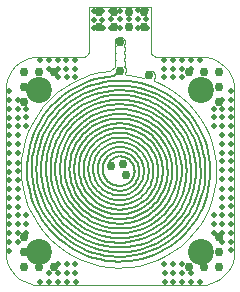
<source format=gbr>
G04 EAGLE Gerber RS-274X export*
G75*
%MOMM*%
%FSLAX34Y34*%
%LPD*%
%INCopper Layer 2*%
%IPPOS*%
%AMOC8*
5,1,8,0,0,1.08239X$1,22.5*%
G01*
%ADD10C,2.199994*%
%ADD11C,0.500000*%
%ADD12C,0.000000*%
%ADD13C,0.200000*%
%ADD14C,0.756400*%


D10*
X137128Y137128D03*
X137128Y0D03*
X0Y0D03*
X0Y137128D03*
D11*
X53858Y189187D03*
X46406Y189128D03*
X61310Y189247D03*
X61191Y204151D03*
X61251Y196699D03*
X46287Y204032D03*
X46346Y196580D03*
X53798Y196639D03*
X53739Y204092D03*
X68762Y189307D03*
X68702Y196759D03*
X76155Y196818D03*
X76214Y189366D03*
X76095Y204270D03*
X68643Y204211D03*
X83666Y189426D03*
X83607Y196878D03*
X91059Y196938D03*
X91118Y189486D03*
X90999Y204390D03*
X83547Y204330D03*
X113622Y162586D03*
X106172Y162586D03*
X106234Y155194D03*
X106295Y147801D03*
X113745Y147801D03*
X121195Y147801D03*
X113684Y155194D03*
X121072Y162586D03*
X121134Y155194D03*
X128584Y155194D03*
X128522Y162586D03*
X135972Y162586D03*
X15932Y147801D03*
X908Y162586D03*
X8420Y155194D03*
X23381Y147801D03*
X30832Y147801D03*
X23320Y155194D03*
X15870Y155194D03*
X15808Y162586D03*
X8358Y162586D03*
X23258Y162586D03*
X30708Y162586D03*
X30770Y155194D03*
X-10672Y15932D03*
X-25457Y908D03*
X-18065Y8420D03*
X-10672Y23381D03*
X-10672Y30832D03*
X-18065Y23320D03*
X-18065Y15870D03*
X-25457Y15808D03*
X-25457Y8358D03*
X-25457Y23258D03*
X-25457Y30708D03*
X-18065Y30770D03*
X-18065Y38220D03*
X-25457Y38158D03*
X-25457Y45608D03*
X-18065Y45670D03*
X-18065Y53120D03*
X-25457Y53058D03*
X-25457Y60508D03*
X-18065Y60570D03*
X-18065Y68020D03*
X-25457Y67958D03*
X-25457Y75408D03*
X-18065Y75470D03*
X-25457Y135972D03*
X-25457Y128522D03*
X-18065Y128584D03*
X-18065Y121134D03*
X-25457Y121072D03*
X-18065Y113684D03*
X-10672Y121195D03*
X-10672Y113745D03*
X-10672Y106295D03*
X-18065Y106234D03*
X-25457Y106172D03*
X-25457Y98722D03*
X-18065Y98784D03*
X-18065Y91334D03*
X-25457Y91272D03*
X-25457Y83822D03*
X-18065Y83884D03*
X-25457Y113622D03*
X147801Y121195D03*
X162586Y136219D03*
X155194Y128707D03*
X147801Y113745D03*
X147801Y106295D03*
X155194Y113807D03*
X155194Y121257D03*
X162586Y121319D03*
X162586Y128769D03*
X162586Y113869D03*
X162586Y106419D03*
X155194Y106357D03*
X155194Y98907D03*
X162586Y98969D03*
X162586Y91519D03*
X155194Y91457D03*
X155194Y84007D03*
X162586Y84069D03*
X162586Y76619D03*
X155194Y76557D03*
X155194Y69107D03*
X162586Y69169D03*
X162586Y61719D03*
X155194Y61657D03*
X162586Y1155D03*
X162586Y8605D03*
X155194Y8543D03*
X155194Y15993D03*
X162586Y16055D03*
X155194Y23443D03*
X147801Y15932D03*
X147801Y23381D03*
X147801Y30832D03*
X155194Y30893D03*
X162586Y30955D03*
X162586Y38405D03*
X155194Y38343D03*
X155194Y45793D03*
X162586Y45855D03*
X162586Y53305D03*
X155194Y53243D03*
X162586Y23505D03*
X23505Y-25457D03*
X30955Y-25457D03*
X30893Y-18065D03*
X30832Y-10672D03*
X23381Y-10672D03*
X15932Y-10672D03*
X23443Y-18065D03*
X16055Y-25457D03*
X15993Y-18065D03*
X8543Y-18065D03*
X8605Y-25457D03*
X1155Y-25457D03*
X106357Y-18065D03*
X106419Y-25457D03*
X113869Y-25457D03*
X128769Y-25457D03*
X121319Y-25457D03*
X121257Y-18065D03*
X113807Y-18065D03*
X106295Y-10672D03*
X113745Y-10672D03*
X128707Y-18065D03*
X136219Y-25457D03*
X121195Y-10672D03*
D12*
X95258Y167785D02*
X94944Y169365D01*
X95258Y167785D02*
X96153Y166445D01*
X97493Y165550D01*
X99073Y165236D01*
X137128Y165236D01*
X137269Y165264D01*
X141531Y164928D01*
X145826Y163897D01*
X149906Y162207D01*
X153672Y159899D01*
X157031Y157031D01*
X159899Y153672D01*
X162207Y149906D01*
X163897Y145826D01*
X164928Y141531D01*
X165264Y137269D01*
X165236Y137128D01*
X165236Y0D01*
X165264Y-140D01*
X164928Y-4402D01*
X163897Y-8697D01*
X162207Y-12778D01*
X159899Y-16543D01*
X157031Y-19902D01*
X153672Y-22770D01*
X149906Y-25078D01*
X145826Y-26768D01*
X141531Y-27800D01*
X137269Y-28135D01*
X137128Y-28107D01*
X0Y-28107D01*
X-140Y-28135D01*
X-4402Y-27800D01*
X-8697Y-26768D01*
X-12778Y-25078D01*
X-16543Y-22770D01*
X-19902Y-19902D01*
X-22770Y-16543D01*
X-25078Y-12778D01*
X-26768Y-8697D01*
X-27800Y-4402D01*
X-28135Y-140D01*
X-28107Y0D01*
X-28107Y137128D01*
X-28135Y137269D01*
X-27800Y141531D01*
X-26768Y145826D01*
X-25078Y149906D01*
X-22770Y153672D01*
X-19902Y157031D01*
X-16543Y159899D01*
X-12778Y162207D01*
X-8697Y163897D01*
X-4402Y164928D01*
X-140Y165264D01*
X0Y165236D01*
X38054Y165236D01*
X39634Y165550D01*
X40974Y166445D01*
X41869Y167785D01*
X42183Y169365D01*
X42183Y207250D01*
X94944Y207250D01*
X94944Y169365D01*
X69459Y181935D02*
X67668Y181935D01*
X66014Y181250D01*
X64748Y179984D01*
X64063Y178330D01*
X64063Y176540D01*
X64748Y174886D01*
X65200Y174435D01*
X64748Y173984D01*
X64063Y172331D01*
X64063Y170540D01*
X64748Y168886D01*
X65200Y168435D01*
X64748Y167984D01*
X64063Y166331D01*
X64063Y164540D01*
X64748Y162886D01*
X65200Y162435D01*
X64748Y161984D01*
X64063Y160330D01*
X64063Y158540D01*
X64748Y156886D01*
X136280Y113609D02*
X140397Y106740D01*
X126132Y125974D02*
X120199Y131351D01*
X113767Y136122D01*
X106898Y140238D01*
X99660Y143662D01*
X97776Y146452D02*
X98461Y148106D01*
X98461Y149896D01*
X89461Y149896D02*
X89461Y148336D01*
X73543Y149622D02*
X72919Y150925D01*
X73196Y151307D01*
X73658Y153242D01*
X73344Y155207D01*
X72337Y156845D01*
X72378Y156886D01*
X73063Y158540D01*
X73063Y160330D01*
X72378Y161984D01*
X71927Y162435D01*
X72378Y162886D01*
X73063Y164540D01*
X73063Y166331D01*
X72378Y167984D01*
X71927Y168435D01*
X72378Y168886D01*
X73063Y170540D01*
X73063Y172331D01*
X72378Y173984D01*
X71927Y174435D01*
X72378Y174886D01*
X73063Y176540D01*
X73063Y178330D01*
X72378Y179984D01*
X71112Y181250D01*
X69459Y181935D01*
X68444Y150938D02*
X68235Y150939D01*
X68029Y150922D01*
X67825Y150886D01*
X67623Y150832D02*
X67424Y150760D01*
X67227Y150669D01*
X67033Y150561D01*
X66840Y150434D01*
X66650Y150288D02*
X66463Y150125D01*
X65103Y151591D01*
X65281Y151766D01*
X65440Y151944D01*
X65581Y152127D01*
X65704Y152312D01*
X65809Y152502D01*
X65896Y152695D01*
X65966Y152892D01*
X66017Y153093D01*
X66050Y153297D01*
X66064Y153505D01*
X68444Y150938D01*
X60930Y73966D02*
X60963Y73914D01*
X61012Y73874D01*
X61077Y73847D01*
X61158Y73832D01*
X61256Y73831D01*
X61370Y73841D01*
X61500Y73864D01*
X61647Y73899D01*
X61809Y73947D01*
X60092Y71186D01*
X60079Y71254D01*
X60061Y71323D01*
X60037Y71394D01*
X60008Y71465D01*
X59974Y71537D01*
X59889Y71685D01*
X59839Y71761D01*
X59723Y71915D01*
X60913Y74030D01*
X60930Y73966D01*
D13*
X60585Y77338D02*
X60717Y77480D01*
X60585Y77338D02*
X60462Y77187D01*
X60351Y77028D01*
X59902Y74225D02*
X59909Y74040D01*
X59928Y73855D01*
X59961Y73672D01*
X60005Y73492D01*
X60063Y73315D01*
X60132Y73143D01*
X60214Y72976D01*
X60307Y72815D01*
X60411Y72661D01*
X60525Y72515D01*
X60649Y72377D01*
X60783Y72248D01*
X60925Y72128D01*
X61075Y72019D01*
X61233Y71921D01*
X61397Y71834D01*
X61567Y71758D01*
X61741Y71695D01*
X61920Y71644D01*
X62101Y71605D01*
X62285Y71579D01*
X62471Y71566D01*
X62855Y83691D02*
X63804Y84041D01*
X62855Y83691D02*
X61933Y83274D01*
X61042Y82795D01*
X60186Y82254D01*
X59370Y81655D01*
X58598Y81001D01*
X57874Y80294D01*
X57200Y79538D01*
X56581Y78738D01*
X56019Y77896D01*
X56097Y62529D02*
X56667Y61693D01*
X57294Y60898D01*
X57975Y60150D01*
X58707Y59450D01*
X59485Y58804D02*
X60307Y58213D01*
X61168Y57681D02*
X62064Y57210D01*
X62990Y56804D01*
X63943Y56462D01*
X64918Y56188D01*
X65908Y55983D01*
X66911Y55847D01*
X67921Y55781D01*
X69891Y31804D02*
X72432Y31995D01*
X74953Y32362D01*
X77442Y32904D01*
X79888Y33619D01*
X82277Y34502D01*
X84600Y35550D01*
X86843Y36757D01*
X88997Y38118D01*
X91050Y39626D01*
X92994Y41273D01*
X94817Y43053D01*
X96513Y44954D01*
X72869Y28019D02*
X70050Y27807D01*
X72869Y28019D02*
X75667Y28426D01*
X78429Y29028D01*
X81142Y29821D01*
X83794Y30801D01*
X86370Y31964D01*
X88860Y33303D01*
X91250Y34814D01*
X93528Y36487D01*
X95684Y38314D01*
X97708Y40288D01*
X99589Y42399D01*
X101318Y44635D01*
X102887Y46986D01*
X104288Y49442D01*
X105515Y51989D01*
X106560Y54615D01*
X107420Y57308D01*
X108090Y60054D01*
X108567Y62841D01*
X108849Y65653D01*
X108933Y68479D01*
X108820Y71304D01*
X108511Y74114D01*
X108006Y76895D01*
X107308Y79634D01*
X106421Y82319D01*
X105349Y84934D01*
X104097Y87469D01*
X102671Y89910D01*
X101079Y92245D01*
X99327Y94464D01*
X97425Y96555D01*
X95382Y98509D01*
X93207Y100315D01*
X90912Y101965D01*
X88507Y103451D01*
X86004Y104766D01*
X83416Y105903D01*
X80755Y106856D01*
X78033Y107621D01*
X75266Y108195D01*
X72464Y108575D01*
X69643Y108757D01*
X66816Y108743D01*
X73308Y24044D02*
X70210Y23811D01*
X73308Y24044D02*
X76381Y24491D01*
X79416Y25153D01*
X82398Y26024D01*
X85311Y27101D01*
X88142Y28378D01*
X90877Y29850D01*
X93503Y31509D01*
X96007Y33348D01*
X98376Y35357D01*
X100600Y37525D01*
X102666Y39844D01*
X111914Y77748D02*
X111148Y80758D01*
X110173Y83707D01*
X108995Y86581D01*
X107619Y89366D01*
X106053Y92048D01*
X71518Y56162D02*
X70666Y55976D01*
X71518Y56162D02*
X72356Y56407D01*
X73174Y56709D01*
X73969Y57068D01*
X76844Y59028D02*
X77468Y59637D01*
X78049Y60289D01*
X78583Y60979D01*
X79067Y61705D01*
X79499Y62462D01*
X79878Y63249D01*
X80201Y64059D01*
X80466Y64890D01*
X80673Y65738D01*
X80820Y66598D01*
X80907Y67466D01*
X80933Y68338D01*
X80898Y69210D01*
X80803Y70077D01*
X80647Y70936D01*
X80432Y71781D01*
X80158Y72609D01*
X79827Y73417D01*
X79441Y74199D01*
X79001Y74953D01*
X78509Y75673D01*
X77968Y76358D01*
X77381Y77004D01*
X76751Y77607D01*
X76080Y78164D01*
X75371Y78673D01*
X74629Y79132D01*
X73857Y79538D01*
X73058Y79889D01*
X72236Y80183D01*
X71396Y80419D01*
X70542Y80596D01*
X69678Y80713D01*
X68807Y80770D01*
X68297Y80774D01*
X73524Y40234D02*
X71555Y39947D01*
X73524Y40234D02*
X75467Y40657D01*
X77377Y41215D01*
X79242Y41905D01*
X81056Y42723D01*
X82807Y43666D01*
X84489Y44729D01*
X86092Y45906D01*
X87610Y47192D01*
X89034Y48581D01*
X90357Y50066D01*
X91574Y51640D01*
X92678Y53295D01*
X93664Y55023D01*
X94527Y56815D01*
X95263Y58663D01*
X95868Y60558D01*
X96340Y62490D01*
X96675Y64451D01*
X96873Y66430D01*
X96933Y68419D01*
X96853Y70407D01*
X96635Y72384D01*
X96280Y74341D01*
X95789Y76269D01*
X95165Y78158D01*
X94411Y79998D01*
X93529Y81782D02*
X92526Y83499D01*
X91405Y85143D01*
X90173Y86704D01*
X88834Y88176D01*
X87397Y89551D01*
X85866Y90822D01*
X84251Y91983D01*
X82559Y93028D01*
X80798Y93953D01*
X78976Y94753D01*
X77104Y95424D01*
X75189Y95963D01*
X73241Y96367D01*
X71270Y96634D01*
X69285Y96762D01*
X67295Y96752D01*
X71117Y43922D02*
X69411Y43794D01*
X71117Y43922D02*
X72809Y44169D01*
X74480Y44533D01*
X76121Y45012D01*
X77725Y45605D01*
X79284Y46309D01*
X80790Y47119D01*
X82236Y48033D01*
X83614Y49045D01*
X84919Y50151D01*
X86143Y51345D01*
X87281Y52621D01*
X88327Y53974D01*
X89276Y55397D01*
X90124Y56882D01*
X90865Y58423D01*
X91498Y60011D01*
X92018Y61640D01*
X92424Y63302D01*
X92712Y64987D01*
X92882Y66689D01*
X92934Y68398D01*
X92865Y70107D01*
X92678Y71807D01*
X92373Y73490D01*
X91951Y75147D01*
X91414Y76770D02*
X90765Y78353D01*
X90008Y79886D02*
X89146Y81363D01*
X88182Y82776D01*
X87123Y84118D01*
X85972Y85383D01*
X84736Y86565D01*
X83420Y87657D01*
X82032Y88656D01*
X80577Y89555D01*
X79063Y90350D01*
X77497Y91038D01*
X75887Y91615D01*
X74241Y92078D01*
X72567Y92425D01*
X70872Y92654D01*
X69165Y92765D01*
X67455Y92756D01*
X71994Y35971D02*
X69731Y35801D01*
X71994Y35971D02*
X74238Y36298D01*
X84825Y40212D02*
X86743Y41424D01*
X88571Y42766D01*
X93435Y47511D02*
X94822Y49305D01*
X96081Y51192D01*
X97206Y53162D01*
X98190Y55206D01*
X99029Y57314D01*
X99719Y59475D01*
X100257Y61679D01*
X100639Y63915D01*
X100865Y66172D01*
X100933Y68439D01*
X100842Y70706D01*
X100594Y72961D01*
X100189Y75193D01*
X97052Y83678D02*
X95908Y85636D01*
X94630Y87511D01*
X93224Y89291D01*
X91698Y90969D01*
X90058Y92537D01*
X88313Y93986D01*
X86471Y95310D01*
X84541Y96503D01*
X82533Y97558D01*
X80456Y98470D01*
X78320Y99235D01*
X76137Y99849D01*
X73916Y100310D01*
X71668Y100614D01*
X69404Y100761D01*
X67136Y100749D01*
X75060Y8139D02*
X70849Y7823D01*
X75060Y8139D02*
X79239Y8748D01*
X83365Y9646D01*
X114975Y29620D02*
X117558Y32961D01*
X119902Y36473D01*
X121995Y40141D01*
X123827Y43946D01*
X125389Y47869D01*
X126674Y51891D01*
X127675Y55994D01*
X128387Y60156D01*
X128808Y64358D01*
X128934Y68579D01*
X128765Y72799D01*
X128303Y76996D01*
X127549Y81151D01*
X119580Y100593D02*
X117201Y104082D01*
X114584Y107396D01*
X111743Y110520D01*
X108691Y113438D01*
X105442Y116137D01*
X102013Y118601D01*
X98421Y120821D01*
X94683Y122785D01*
X90816Y124483D01*
X86841Y125908D01*
X82776Y127051D01*
X78641Y127909D01*
X74456Y128475D01*
X70242Y128749D01*
X66019Y128727D01*
X66018Y128727D01*
X74184Y16091D02*
X70529Y15817D01*
X74184Y16091D02*
X77810Y16619D01*
X108820Y34732D02*
X111061Y37631D01*
X113095Y40679D01*
X114911Y43861D01*
X116501Y47163D01*
X117857Y50568D01*
X118972Y54058D01*
X119840Y57618D01*
X120458Y61230D01*
X120823Y64876D01*
X120932Y68539D01*
X120786Y72201D01*
X120385Y75843D01*
X119731Y79449D01*
X118826Y83000D01*
X100547Y109808D02*
X97572Y111947D01*
X94454Y113873D01*
X91210Y115577D01*
X87855Y117051D01*
X84405Y118287D01*
X80878Y119279D01*
X77290Y120023D01*
X73658Y120515D01*
X70002Y120752D01*
X66337Y120733D01*
X74622Y12115D02*
X70689Y11820D01*
X74622Y12115D02*
X78524Y12684D01*
X111897Y32176D02*
X114309Y35296D01*
X116498Y38577D01*
X118453Y42002D01*
X120164Y45555D01*
X121623Y49219D01*
X122822Y52976D01*
X124422Y60694D02*
X124815Y64618D01*
X124933Y68560D01*
X124775Y72500D01*
X124343Y76420D01*
X123639Y80300D01*
X122666Y84122D01*
X121428Y87866D01*
X119932Y91515D01*
X118186Y95051D02*
X116197Y98457D01*
X113975Y101715D01*
X111532Y104810D01*
X108878Y107728D01*
X106027Y110453D01*
X102994Y112973D01*
X99792Y115274D01*
X96437Y117348D01*
X74056Y124495D02*
X70121Y124750D01*
X66177Y124730D01*
X120805Y30626D02*
X118051Y27064D01*
X125535Y38281D02*
X127488Y42337D01*
X129154Y46520D01*
X130524Y50808D01*
X131591Y55182D01*
X132351Y59620D01*
X132799Y64099D01*
X132933Y68600D01*
X132753Y73098D01*
X132260Y77573D01*
X131456Y82003D01*
X130345Y86366D01*
X128932Y90640D01*
X127225Y94806D01*
X125231Y98842D02*
X122960Y102730D01*
X120424Y106450D02*
X117635Y109983D01*
X114605Y113314D01*
X111351Y116425D01*
X107888Y119301D01*
X104232Y121929D01*
X100402Y124296D01*
X88056Y129718D02*
X83723Y130938D01*
X79314Y131851D01*
X75936Y188D02*
X71168Y-168D01*
X75936Y188D02*
X80667Y877D01*
X85339Y1895D01*
X89928Y3236D01*
X94413Y4894D01*
X98771Y6860D01*
X102981Y9126D01*
X107023Y11680D01*
X110877Y14510D01*
X114524Y17601D01*
X117947Y20940D01*
X121128Y24509D01*
X124053Y28292D01*
X126706Y32269D01*
X126341Y104866D02*
X123647Y108817D01*
X120685Y112570D01*
X117468Y116106D01*
X114012Y119410D01*
X110334Y122465D01*
X73746Y20068D02*
X70370Y19814D01*
X73746Y20068D02*
X77096Y20555D01*
X80404Y21276D01*
X83653Y22225D01*
X86828Y23399D01*
X89914Y24791D01*
X92895Y26396D01*
X95757Y28204D01*
X98485Y30207D01*
X101068Y32396D01*
X103491Y34760D01*
X105743Y37287D01*
X107814Y39965D01*
X109693Y42781D01*
X111371Y45722D02*
X112840Y48772D01*
X114092Y51917D01*
X115122Y55141D01*
X116428Y75266D02*
X115823Y78597D01*
X114988Y81878D01*
X109435Y94182D02*
X107528Y96979D01*
X105430Y99637D01*
X103152Y102141D01*
X100706Y104480D01*
X98101Y106643D02*
X95353Y108619D01*
X92473Y110399D01*
X89476Y111973D01*
X86377Y113334D01*
X83190Y114476D01*
X79931Y115393D01*
X76616Y116080D01*
X73262Y116534D01*
X69884Y116753D01*
X66498Y116736D01*
X66497Y116736D01*
X66337Y120733D02*
X62822Y120470D01*
X59334Y119962D01*
X55890Y119212D01*
X52507Y118223D01*
X49201Y117001D01*
X45988Y115551D01*
X42884Y113880D01*
X39904Y111997D02*
X37063Y109911D01*
X34374Y107632D01*
X31851Y105171D01*
X29505Y102540D01*
X27349Y99751D01*
X25393Y96819D01*
X23646Y93758D01*
X22117Y90581D01*
X20813Y87307D01*
X19740Y83949D01*
X18904Y80525D01*
X18310Y77050D01*
X17959Y73543D01*
X17854Y70020D01*
X17994Y66497D01*
X18380Y62994D01*
X19010Y59526D01*
X19880Y56110D01*
X20986Y52763D01*
X22323Y49502D01*
X25662Y43297D02*
X27647Y40385D01*
X29832Y37618D01*
X32203Y35011D01*
X43323Y26412D02*
X46444Y24773D01*
X49671Y23356D01*
X52989Y22167D01*
X56383Y21212D01*
X59834Y20497D01*
X70369Y19813D02*
X70370Y19814D01*
X62384Y124446D02*
X66177Y124730D01*
X62384Y124446D02*
X58620Y123898D01*
X54903Y123088D01*
X51251Y122021D01*
X47683Y120702D01*
X44216Y119137D01*
X40866Y117335D01*
X37650Y115303D01*
X34584Y113051D01*
X31682Y110591D01*
X28959Y107935D01*
X26428Y105095D01*
X24101Y102086D01*
X21990Y98921D01*
X20104Y95617D01*
X18454Y92190D01*
X17046Y88656D01*
X15889Y85032D01*
X14988Y81336D01*
X14346Y77587D01*
X13967Y73801D01*
X13854Y69999D01*
X14006Y66198D01*
X14422Y62417D01*
X15102Y58674D01*
X16040Y54988D01*
X17234Y51376D01*
X18677Y47856D01*
X20362Y44445D02*
X22280Y41160D01*
X24423Y38017D01*
X26780Y35032D01*
X29340Y32217D01*
X32090Y29589D01*
X35016Y27158D01*
X38105Y24938D01*
X41341Y22938D01*
X44709Y21169D01*
X48192Y19639D01*
X51773Y18356D01*
X55435Y17326D01*
X59160Y16554D01*
X62929Y16043D01*
X66725Y15797D01*
X70529Y15816D01*
X70529Y15817D01*
X61947Y128422D02*
X66018Y128727D01*
X61947Y128422D02*
X57906Y127833D01*
X53916Y126964D01*
X49997Y125819D01*
X46167Y124403D01*
X42445Y122724D01*
X38850Y120789D01*
X35398Y118607D01*
X32107Y116191D01*
X28992Y113550D01*
X26069Y110699D01*
X23352Y107651D01*
X20855Y104421D01*
X18588Y101024D01*
X16565Y97478D01*
X14793Y93799D01*
X13283Y90005D01*
X12040Y86116D01*
X11073Y82149D01*
X10384Y78124D01*
X9977Y74061D01*
X9855Y69980D01*
X10019Y65900D01*
X10466Y61841D01*
X11195Y57824D01*
X12203Y53867D01*
X13484Y49990D01*
X15033Y46211D02*
X16841Y42551D01*
X18901Y39025D01*
X21201Y35651D01*
X23731Y32446D01*
X26478Y29426D01*
X29430Y26604D01*
X32571Y23995D01*
X35886Y21612D01*
X39360Y19466D01*
X42975Y17567D01*
X46713Y15925D01*
X50557Y14548D01*
X54488Y13442D01*
X58486Y12613D01*
X62533Y12065D01*
X66607Y11801D01*
X70689Y11820D01*
X61508Y132398D02*
X65858Y132724D01*
X61508Y132398D02*
X57191Y131769D01*
X52929Y130841D01*
X48742Y129617D01*
X44650Y128105D01*
X40673Y126310D01*
X36832Y124243D01*
X33144Y121913D01*
X29628Y119331D01*
X26300Y116510D01*
X23177Y113464D01*
X20275Y110208D01*
X11130Y95408D02*
X9516Y91355D01*
X8189Y87199D01*
X7155Y82961D01*
X6419Y78662D01*
X5985Y74321D01*
X5854Y69960D01*
X6028Y65601D01*
X6506Y61265D01*
X7285Y56973D01*
X8362Y52745D01*
X9731Y48603D01*
X11385Y44567D01*
X13317Y40656D02*
X15518Y36889D01*
X17975Y33284D01*
X20678Y29860D01*
X23613Y26633D01*
X26767Y23618D01*
X30123Y20831D01*
X33665Y18285D01*
X37376Y15992D01*
X41238Y13963D01*
X45232Y12209D02*
X49339Y10737D01*
X53538Y9556D01*
X57810Y8670D01*
X62133Y8085D01*
X66486Y7802D01*
X70848Y7824D01*
X70849Y7823D01*
X61070Y136373D02*
X65698Y136720D01*
X61070Y136373D02*
X56477Y135704D01*
X51941Y134716D01*
X47486Y133415D01*
X43132Y131805D01*
X38901Y129896D01*
X34814Y127696D01*
X30890Y125217D01*
X27149Y122470D01*
X23608Y119468D01*
X20285Y116227D01*
X17197Y112762D01*
X14358Y109090D01*
X11782Y105229D01*
X9481Y101198D01*
X4338Y88282D02*
X3238Y83772D01*
X2455Y79197D01*
X1993Y74578D01*
X1854Y69939D01*
X2040Y65301D01*
X2548Y60687D01*
X3377Y56120D01*
X4522Y51622D01*
X5979Y47215D01*
X7739Y42920D02*
X9795Y38759D01*
X12136Y34751D01*
X14751Y30916D01*
X17627Y27272D01*
X20750Y23839D01*
X24105Y20631D01*
X27676Y17665D01*
X31445Y14956D01*
X35393Y12516D01*
X39503Y10358D01*
X43753Y8491D01*
X48122Y6926D01*
X52590Y5669D01*
X57135Y4726D01*
X61735Y4104D01*
X66367Y3803D01*
X71008Y3826D01*
X60632Y140349D02*
X65539Y140717D01*
X60632Y140349D02*
X55763Y139640D01*
X50955Y138593D01*
X46231Y137213D01*
X41616Y135506D01*
X37130Y133482D01*
X32798Y131150D01*
X28637Y128521D01*
X24671Y125609D01*
X20917Y122427D01*
X17395Y118991D01*
X14121Y115318D01*
X11111Y111425D01*
X8379Y107332D02*
X5941Y103057D01*
X3806Y98624D01*
X1985Y94052D01*
X488Y89365D01*
X-1507Y79734D02*
X-1997Y74837D01*
X-2144Y69919D01*
X-1947Y65002D01*
X-1408Y60110D01*
X-529Y55269D01*
X684Y50500D01*
X2228Y45828D01*
X4094Y41275D02*
X6274Y36863D01*
X8756Y32614D01*
X11528Y28548D01*
X14577Y24686D02*
X17888Y21045D01*
X21445Y17645D01*
X29226Y11628D02*
X33412Y9042D01*
X37769Y6753D01*
X42274Y4775D01*
X46906Y3115D01*
X51643Y1782D01*
X56462Y784D01*
X61338Y123D01*
X66249Y-194D01*
X71168Y-168D01*
X60194Y144326D02*
X65379Y144714D01*
X60194Y144326D02*
X55048Y143576D01*
X49967Y142469D01*
X44976Y141011D01*
X40098Y139208D01*
X35359Y137069D01*
X30779Y134605D01*
X26383Y131827D01*
X22192Y128749D01*
X18226Y125387D01*
X14503Y121756D01*
X11043Y117874D01*
X7862Y113760D01*
X4976Y109435D01*
X2399Y104918D01*
X143Y100233D01*
X-1780Y95402D01*
X-3362Y90448D01*
X-4595Y85397D01*
X-5472Y80271D01*
X-5989Y75097D01*
X-6145Y69899D01*
X-5937Y64703D01*
X-5368Y59535D01*
X-4439Y54418D01*
X-3156Y49379D02*
X-1524Y44441D01*
X447Y39630D01*
X2750Y34968D02*
X5373Y30477D01*
X8302Y26181D01*
X11524Y22099D02*
X15023Y18252D01*
X18782Y14659D01*
X22782Y11337D01*
X36031Y3150D02*
X40792Y1058D01*
X45688Y-694D01*
X50693Y-2102D01*
X55785Y-3158D01*
X60938Y-3856D01*
X66127Y-4193D01*
X71327Y-4166D01*
X71328Y-4165D01*
X58093Y148100D02*
X63547Y148626D01*
X58093Y148100D02*
X52690Y147195D01*
X47362Y145915D01*
X42137Y144266D01*
X37039Y142257D01*
X32094Y139897D01*
X27326Y137198D01*
X22757Y134173D01*
X18411Y130837D01*
X14308Y127205D01*
X10468Y123297D01*
X6910Y119130D01*
X3652Y114724D01*
X709Y110103D01*
X-1903Y105287D01*
X-4175Y100301D01*
X-6093Y95168D01*
X-7648Y89914D01*
X-8833Y84564D01*
X-9642Y79145D01*
X-10071Y73683D01*
X-10117Y68204D01*
X-9066Y57303D02*
X-7972Y51934D01*
X-6507Y46654D01*
X-4677Y41489D01*
X-2491Y36465D01*
X38Y31605D02*
X2902Y26934D01*
X6085Y22474D01*
X9571Y18247D01*
X13343Y14273D01*
X30910Y1279D02*
X35814Y-1164D01*
X40877Y-3260D01*
X46073Y-4997D01*
X51378Y-6368D01*
X56766Y-7366D01*
X62210Y-7985D01*
X67684Y-8223D01*
X71487Y-8162D01*
X76812Y-7763D01*
X82096Y-6993D01*
X87313Y-5857D01*
X127282Y19397D02*
X130548Y23622D01*
X133512Y28063D01*
X136158Y32701D01*
X138475Y37512D01*
X140450Y42472D01*
X142075Y47559D01*
X143341Y52746D01*
X144242Y58010D01*
X144773Y63323D01*
X144932Y68660D01*
X144719Y73995D01*
X144134Y79303D01*
X143181Y84556D01*
X141863Y89731D01*
X140187Y94801D01*
X138162Y99741D01*
X135798Y104529D01*
X133104Y109140D02*
X130097Y113551D01*
X126788Y117742D01*
X123195Y121693D01*
X119336Y125383D01*
X115228Y128794D01*
X110892Y131911D01*
X106350Y134718D01*
X101623Y137201D01*
X96734Y139348D01*
X91707Y141149D01*
X86567Y142595D01*
X81339Y143679D01*
X76047Y144395D01*
X70719Y144741D01*
X65379Y144714D01*
X76375Y-3787D02*
X71328Y-4165D01*
X76375Y-3787D02*
X81382Y-3057D01*
X91184Y-561D02*
X95930Y1192D01*
X100543Y3274D01*
X104999Y5672D01*
X109277Y8375D01*
X113356Y11370D01*
X117216Y14642D01*
X120838Y18176D01*
X124206Y21954D01*
X127301Y25957D01*
X130109Y30166D01*
X132617Y34562D01*
X134813Y39121D01*
X136685Y43822D01*
X138225Y48643D01*
X139424Y53559D01*
X140278Y58547D01*
X140781Y63582D01*
X140932Y68640D01*
X140730Y73697D01*
X140176Y78727D01*
X139272Y83706D01*
X138023Y88610D01*
X136435Y93415D01*
X134516Y98097D01*
X132275Y102634D01*
X129722Y107004D01*
X126872Y111184D02*
X123736Y115156D01*
X120331Y118900D01*
X116673Y122397D01*
X112781Y125630D01*
X108672Y128584D01*
X104367Y131244D01*
X99887Y133597D01*
X95254Y135632D01*
X90490Y137339D01*
X85618Y138709D01*
X80663Y139736D01*
X75649Y140415D01*
X70599Y140743D01*
X65539Y140717D01*
X66497Y116736D02*
X63261Y116494D01*
X60049Y116026D01*
X56878Y115335D01*
X53762Y114425D01*
X50718Y113299D01*
X47760Y111964D01*
X44902Y110426D01*
X42158Y108692D01*
X39542Y106771D01*
X37066Y104672D01*
X34743Y102406D01*
X32583Y99983D01*
X30598Y97416D01*
X28796Y94716D01*
X27188Y91897D01*
X25780Y88972D01*
X24579Y85957D01*
X23592Y82865D01*
X22822Y79712D01*
X22275Y76513D01*
X21952Y73283D01*
X21855Y70039D01*
X21984Y66796D01*
X22340Y63570D01*
X22920Y60376D01*
X23721Y57231D01*
X24739Y54150D01*
X25970Y51146D01*
X27408Y48236D01*
X29045Y45434D01*
X37414Y35561D02*
X39911Y33487D01*
X42547Y31593D01*
X45308Y29886D01*
X48181Y28377D01*
X51153Y27072D01*
X54208Y25977D01*
X57332Y25099D01*
X60511Y24440D01*
X63727Y24004D01*
X66966Y23794D01*
X70210Y23811D01*
X63699Y112517D02*
X66657Y112739D01*
X63699Y112517D02*
X60764Y112090D01*
X57865Y111459D01*
X55018Y110627D01*
X52235Y109598D01*
X49532Y108378D01*
X46919Y106972D01*
X44412Y105387D01*
X42020Y103632D01*
X39758Y101713D01*
X37634Y99642D01*
X35661Y97428D01*
X33846Y95081D01*
X32200Y92613D01*
X30729Y90037D01*
X29442Y87364D01*
X28345Y84608D01*
X27442Y81782D01*
X26739Y78900D01*
X26239Y75976D01*
X25944Y73025D01*
X25855Y70060D01*
X25974Y67095D01*
X26298Y64147D01*
X26828Y61228D01*
X27560Y58353D01*
X28491Y55537D01*
X29616Y52792D01*
X30930Y50132D01*
X32426Y47571D01*
X34097Y45120D02*
X35935Y42791D01*
X37932Y40597D01*
X40076Y38547D01*
X42358Y36652D01*
X44766Y34920D01*
X47290Y33361D01*
X49916Y31981D01*
X52632Y30789D01*
X55425Y29788D01*
X58280Y28985D01*
X61185Y28382D01*
X64125Y27984D01*
X67085Y27792D01*
X70050Y27807D01*
X64137Y108542D02*
X66816Y108743D01*
X64137Y108542D02*
X61477Y108155D01*
X58852Y107583D01*
X56272Y106830D01*
X53752Y105898D01*
X51302Y104792D01*
X48936Y103519D01*
X46664Y102083D01*
X44499Y100493D01*
X42448Y98755D01*
X40525Y96879D01*
X38737Y94873D01*
X37093Y92747D01*
X35602Y90512D01*
X34270Y88178D01*
X33104Y85757D01*
X32110Y83260D01*
X31292Y80700D01*
X30655Y78090D01*
X30202Y75441D01*
X29934Y72767D01*
X29854Y70081D01*
X29961Y67396D01*
X30256Y64725D01*
X30736Y62081D01*
X31399Y59477D01*
X32242Y56925D01*
X33261Y54439D01*
X34452Y52029D01*
X35807Y49709D01*
X37320Y47489D02*
X38986Y45379D01*
X40794Y43391D01*
X42736Y41534D01*
X44803Y39818D01*
X46985Y38249D01*
X49271Y36836D01*
X51650Y35587D01*
X54111Y34506D01*
X56640Y33600D01*
X59227Y32872D01*
X61859Y32326D01*
X64522Y31966D01*
X67203Y31792D01*
X69890Y31805D01*
X69891Y31804D01*
X64575Y104566D02*
X66976Y104746D01*
X64575Y104566D02*
X62192Y104219D01*
X59839Y103707D01*
X57528Y103032D01*
X55269Y102196D01*
X53074Y101206D01*
X50954Y100065D01*
X48918Y98779D01*
X46977Y97353D01*
X45140Y95796D01*
X43416Y94115D01*
X41814Y92317D01*
X40341Y90412D01*
X39005Y88409D01*
X37811Y86318D01*
X36767Y84148D01*
X35876Y81911D01*
X35143Y79617D01*
X34572Y77278D01*
X34166Y74904D01*
X33926Y72508D01*
X33854Y70101D01*
X33950Y67695D01*
X34214Y65302D01*
X34644Y62932D01*
X35238Y60599D01*
X35994Y58312D01*
X36907Y56084D01*
X37974Y53925D01*
X39188Y51846D02*
X40545Y49856D01*
X42037Y47966D01*
X43657Y46185D01*
X45398Y44521D01*
X47250Y42982D01*
X49205Y41577D01*
X51254Y40311D01*
X53385Y39191D01*
X55590Y38222D01*
X57857Y37410D01*
X60175Y36758D01*
X62533Y36269D01*
X64919Y35946D01*
X67322Y35790D01*
X69730Y35802D01*
X69731Y35801D01*
X65013Y100590D02*
X67136Y100749D01*
X65013Y100590D02*
X62907Y100283D01*
X60827Y99830D01*
X58783Y99233D01*
X56787Y98495D01*
X54846Y97619D01*
X52971Y96610D01*
X51172Y95473D01*
X49456Y94213D01*
X47832Y92837D01*
X46308Y91350D01*
X44891Y89761D01*
X43589Y88077D01*
X42408Y86306D01*
X41352Y84457D01*
X40429Y82538D01*
X39641Y80561D01*
X38994Y78532D01*
X38489Y76464D01*
X38130Y74366D01*
X37918Y72248D01*
X37854Y70120D01*
X37939Y67993D01*
X38173Y65876D01*
X38553Y63782D01*
X39078Y61719D01*
X39746Y59697D01*
X40554Y57728D01*
X41497Y55819D02*
X42570Y53981D01*
X43770Y52222D01*
X45089Y50551D01*
X46521Y48976D01*
X48060Y47505D01*
X49698Y46144D01*
X51426Y44902D01*
X53237Y43783D01*
X55122Y42793D01*
X57071Y41937D01*
X59076Y41219D01*
X61125Y40642D01*
X63209Y40210D01*
X65319Y39924D01*
X67444Y39787D01*
X69571Y39798D01*
X65451Y96614D02*
X67295Y96752D01*
X65451Y96614D02*
X63620Y96348D01*
X61813Y95954D01*
X60038Y95435D01*
X58303Y94794D01*
X56617Y94033D01*
X54988Y93156D01*
X53424Y92168D01*
X51933Y91073D01*
X50523Y89877D01*
X49199Y88586D01*
X47968Y87205D01*
X46836Y85742D01*
X45810Y84203D01*
X44893Y82597D01*
X44090Y80930D01*
X43406Y79212D01*
X42843Y77450D01*
X42405Y75653D01*
X42093Y73829D01*
X41909Y71989D01*
X41854Y70140D01*
X41928Y68292D01*
X42130Y66453D01*
X42460Y64633D01*
X42917Y62841D01*
X43497Y61085D01*
X44199Y59373D01*
X45018Y57715D02*
X45951Y56117D01*
X46993Y54589D01*
X48139Y53138D01*
X49384Y51769D01*
X50721Y50491D01*
X52143Y49309D01*
X53645Y48230D01*
X55219Y47257D01*
X56856Y46397D01*
X58550Y45653D01*
X60291Y45029D01*
X62072Y44528D01*
X63883Y44153D01*
X65716Y43905D01*
X67562Y43785D01*
X69411Y43794D01*
X65889Y92639D02*
X67455Y92756D01*
X65889Y92639D02*
X64335Y92413D01*
X62801Y92078D01*
X61293Y91638D01*
X59820Y91093D01*
X58389Y90447D01*
X57006Y89703D01*
X55678Y88864D01*
X54412Y87935D01*
X53214Y86919D01*
X52090Y85823D01*
X51045Y84650D01*
X50084Y83408D01*
X49213Y82102D01*
X48435Y80738D01*
X47753Y79323D01*
X47172Y77864D01*
X46694Y76368D01*
X46322Y74842D01*
X46057Y73294D01*
X45901Y71731D01*
X45854Y70161D01*
X45916Y68592D01*
X46088Y67031D01*
X46369Y65486D01*
X46756Y63964D01*
X47249Y62473D01*
X47845Y61020D01*
X48540Y59612D02*
X49332Y58256D01*
X50217Y56958D01*
X51190Y55725D01*
X52247Y54564D01*
X53382Y53478D01*
X54590Y52475D01*
X55865Y51558D01*
X57201Y50733D01*
X58592Y50002D01*
X60030Y49371D01*
X61508Y48841D01*
X63020Y48416D01*
X64557Y48097D01*
X66114Y47886D01*
X67681Y47785D01*
X69251Y47792D01*
X69252Y47791D01*
X66328Y88663D02*
X67615Y88759D01*
X66328Y88663D02*
X65050Y88477D01*
X63788Y88202D01*
X62549Y87840D01*
X61338Y87392D01*
X60161Y86861D01*
X59024Y86249D01*
X57932Y85559D01*
X56891Y84795D01*
X55906Y83960D01*
X54982Y83058D01*
X54123Y82094D01*
X53333Y81072D01*
X52616Y79998D01*
X51976Y78877D01*
X51416Y77713D01*
X50938Y76514D01*
X50546Y75284D01*
X50240Y74029D01*
X50022Y72757D01*
X49893Y71472D01*
X49855Y70181D01*
X49906Y68891D01*
X50048Y67607D01*
X50279Y66337D01*
X50597Y65085D01*
X51002Y63859D01*
X51492Y62665D02*
X52064Y61507D01*
X52715Y60392D01*
X53443Y59325D01*
X54243Y58312D01*
X55112Y57356D01*
X56045Y56464D01*
X57039Y55639D01*
X58087Y54885D01*
X59186Y54207D01*
X60329Y53606D01*
X61511Y53087D01*
X62727Y52651D01*
X63970Y52302D01*
X65234Y52040D01*
X66513Y51866D01*
X67802Y51783D01*
X69092Y51788D01*
X66766Y84687D02*
X67775Y84762D01*
X66766Y84687D02*
X65765Y84541D01*
X64776Y84325D01*
X63804Y84041D01*
X62855Y83691D01*
X61933Y83274D01*
X61042Y82795D01*
X60186Y82254D01*
X59370Y81655D01*
X58598Y81001D01*
X57200Y79538D02*
X56581Y78738D01*
X56019Y77896D01*
X55518Y77017D01*
X55079Y76105D01*
X54704Y75165D01*
X54397Y74201D01*
X54157Y73218D01*
X53986Y72220D01*
X53885Y71213D01*
X53855Y70201D01*
X53896Y69190D01*
X62990Y56804D02*
X63943Y56462D01*
X64776Y84325D02*
X65765Y84541D01*
X64776Y84325D02*
X63804Y84041D01*
X62855Y83691D01*
X58598Y81001D02*
X57874Y80294D01*
X57200Y79538D01*
X56581Y78738D01*
X56019Y77896D01*
X55518Y77017D01*
X55079Y76105D01*
X54704Y75165D01*
X54397Y74201D01*
X54754Y65247D02*
X55138Y64310D01*
X55586Y63403D01*
X56097Y62529D01*
X56667Y61693D01*
X57294Y60898D01*
X57975Y60150D01*
X58707Y59450D01*
X64918Y56188D02*
X65908Y55983D01*
X63703Y79688D02*
X64371Y79989D01*
X63703Y79688D02*
X63058Y79340D01*
X62438Y78949D01*
X61847Y78515D01*
X61288Y78042D01*
X60764Y77530D01*
X60717Y77480D01*
X69092Y51788D02*
X70241Y51874D01*
X75741Y53482D02*
X76756Y54028D01*
X77729Y54643D01*
X78657Y55325D01*
X79536Y56069D01*
X80360Y56873D01*
X81127Y57733D01*
X81831Y58644D01*
X82470Y59602D01*
X83041Y60603D01*
X83541Y61640D02*
X83967Y62710D01*
X84317Y63807D01*
X84590Y64926D01*
X84784Y66061D01*
X84899Y67207D01*
X84933Y68359D01*
X84887Y69509D01*
X84761Y70654D01*
X84555Y71787D01*
X84271Y72903D01*
X83910Y73997D01*
X83473Y75063D01*
X82963Y76095D01*
X82382Y77090D01*
X81733Y78041D01*
X81020Y78945D01*
X80245Y79797D01*
X79412Y80593D01*
X78526Y81329D01*
X77591Y82001D01*
X76611Y82606D01*
X75592Y83142D01*
X74537Y83605D01*
X73453Y83993D02*
X72344Y84305D01*
X71217Y84539D01*
X70075Y84694D01*
X68926Y84768D01*
X67775Y84762D01*
X70679Y47898D02*
X69252Y47791D01*
X70679Y47898D02*
X72095Y48105D01*
X73493Y48409D01*
X74867Y48810D01*
X76209Y49306D01*
X77513Y49895D01*
X78773Y50573D01*
X79983Y51337D01*
X81136Y52184D01*
X82228Y53110D01*
X83252Y54109D01*
X84204Y55177D01*
X85080Y56309D01*
X85874Y57499D01*
X86583Y58742D01*
X87204Y60031D01*
X87733Y61360D01*
D12*
X64748Y156850D02*
X64748Y156886D01*
X64748Y156850D02*
X61156Y153520D01*
X60159Y153471D01*
X52044Y152268D01*
X44085Y150274D01*
X36361Y147510D01*
X28944Y144003D01*
X21907Y139785D01*
X15318Y134898D01*
X9239Y129388D01*
X3729Y123309D01*
X-1156Y116719D01*
X-5374Y109683D01*
X-8882Y102266D01*
X-11645Y94541D01*
X-13639Y86583D01*
X-14843Y78468D01*
X-15245Y70273D01*
X-14843Y62079D01*
X-13639Y53964D01*
X-11645Y46005D01*
X-8882Y38281D01*
X-5374Y30864D01*
X-1156Y23827D01*
X3729Y17238D01*
X9239Y11159D01*
X15318Y5649D01*
X21907Y762D01*
X28944Y-3454D01*
X36361Y-6962D01*
X44085Y-9725D01*
X52044Y-11719D01*
X60159Y-12923D01*
X68353Y-13325D01*
X71130Y-13189D01*
X71487Y-13260D01*
X71690Y-13220D01*
X72080Y-13142D01*
X76431Y-12928D01*
X84352Y-11753D01*
X92120Y-9808D01*
X99660Y-7110D01*
X106898Y-3686D01*
X113767Y429D01*
X120199Y5199D01*
X126132Y10576D01*
X131510Y16510D01*
X136280Y22941D01*
X140397Y29810D01*
X143820Y37049D01*
X146518Y44588D01*
X148464Y52356D01*
X149639Y60277D01*
X150032Y68275D01*
X149639Y76273D01*
X148464Y84194D01*
X146518Y91962D01*
X143820Y99501D01*
X140397Y106740D01*
X136280Y113609D02*
X131510Y120040D01*
X126132Y125974D01*
X99660Y143662D02*
X97540Y144420D01*
X97211Y145887D01*
X97776Y146452D01*
X98461Y149896D02*
X97776Y151550D01*
X96510Y152816D01*
X94856Y153501D01*
X93066Y153501D01*
X91412Y152816D01*
X90146Y151550D01*
X89461Y149896D01*
X89461Y148336D02*
X88544Y147255D01*
X84352Y148305D01*
X76431Y149480D01*
X73543Y149622D01*
X67825Y150886D02*
X67623Y150832D01*
X66840Y150434D02*
X66650Y150288D01*
D13*
X60351Y77028D02*
X60251Y76861D01*
X60163Y76688D01*
X60087Y76509D01*
X60024Y76325D01*
X59973Y76138D01*
X59936Y75947D01*
X59912Y75754D01*
X59902Y75560D01*
X59902Y75512D01*
X62471Y71566D02*
X62563Y71563D01*
X66766Y84687D02*
X67775Y84762D01*
X66766Y84687D02*
X65765Y84541D01*
X64776Y84325D01*
X63804Y84041D01*
X56019Y77896D02*
X55518Y77017D01*
X55079Y76105D01*
X54704Y75165D01*
X54397Y74201D01*
X54157Y73218D01*
X53986Y72220D01*
X53885Y71213D01*
X53855Y70201D01*
X53896Y69190D01*
X54006Y68184D01*
X54187Y67188D01*
X54437Y66208D01*
X54754Y65247D01*
X55138Y64310D01*
X55586Y63403D01*
X56097Y62529D01*
X58707Y59450D02*
X59485Y58804D01*
X60307Y58213D02*
X61168Y57681D01*
X67921Y55781D02*
X68932Y55785D01*
X96513Y44954D02*
X98071Y46970D01*
X99485Y49089D01*
X100748Y51302D01*
X101853Y53597D01*
X102796Y55964D01*
X103571Y58391D01*
X104175Y60866D01*
X104604Y63377D01*
X104858Y65912D01*
X104934Y68459D01*
X104832Y71004D01*
X104553Y73537D01*
X104098Y76043D01*
X103469Y78512D01*
X102670Y80931D01*
X101704Y83289D01*
X100576Y85573D01*
X99291Y87773D01*
X97856Y89878D01*
X96277Y91877D01*
X94563Y93762D01*
X92721Y95523D01*
X90761Y97150D01*
X88693Y98637D01*
X86525Y99977D01*
X84270Y101161D01*
X81937Y102186D01*
X79539Y103045D01*
X77086Y103735D01*
X74592Y104252D01*
X72067Y104594D01*
X69525Y104759D01*
X66977Y104746D01*
X66976Y104746D01*
X104566Y42301D02*
X102666Y39844D01*
X104566Y42301D02*
X106290Y44885D01*
X107830Y47583D01*
X109177Y50381D01*
X110326Y53267D01*
X111271Y56226D01*
X112007Y59243D01*
X112531Y62305D01*
X112841Y65396D01*
X112933Y68501D01*
X112809Y71604D01*
X112469Y74692D01*
X111914Y77748D01*
X106053Y92048D02*
X104303Y94614D01*
X102378Y97052D01*
X100288Y99350D01*
X98043Y101496D01*
X95654Y103481D01*
X93132Y105294D01*
X90489Y106926D01*
X87739Y108371D01*
X84895Y109620D01*
X81971Y110668D01*
X78981Y111509D01*
X75940Y112139D01*
X72862Y112556D01*
X69762Y112757D01*
X66657Y112739D01*
X69803Y55851D02*
X68932Y55785D01*
X69803Y55851D02*
X70666Y55976D01*
X73969Y57068D02*
X74738Y57482D01*
X75475Y57948D01*
X76178Y58464D01*
X76844Y59028D01*
X71555Y39947D02*
X69571Y39798D01*
X94411Y79998D02*
X93529Y81782D01*
X91414Y76770D02*
X91951Y75147D01*
X90765Y78353D02*
X90008Y79886D01*
X76455Y36781D02*
X74238Y36298D01*
X76455Y36781D02*
X78632Y37417D01*
X80760Y38204D01*
X82828Y39137D01*
X84825Y40212D01*
X88571Y42766D02*
X90302Y44233D01*
X91925Y45817D01*
X93435Y47511D01*
X100189Y75193D02*
X99629Y77391D01*
X98917Y79545D01*
X98056Y81644D01*
X97052Y83678D01*
X87419Y10831D02*
X83365Y9646D01*
X87419Y10831D02*
X91380Y12295D01*
X95229Y14032D01*
X98947Y16033D01*
X102517Y18289D01*
X105921Y20788D01*
X109142Y23519D01*
X112165Y26468D01*
X114975Y29620D01*
X127549Y81151D02*
X126506Y85243D01*
X125181Y89253D01*
X123580Y93160D01*
X121710Y96946D01*
X119580Y100593D01*
X81390Y17400D02*
X77810Y16619D01*
X81390Y17400D02*
X84908Y18427D01*
X88345Y19698D01*
X91685Y21205D01*
X94912Y22942D01*
X98009Y24899D01*
X100963Y27068D01*
X103758Y29438D01*
X106382Y31996D01*
X108820Y34732D01*
X118826Y83000D02*
X117676Y86479D01*
X116286Y89870D01*
X114663Y93155D01*
X112815Y96320D01*
X110751Y99347D01*
X108480Y102223D01*
X106015Y104934D01*
X103366Y107466D01*
X100547Y109808D01*
X82378Y13523D02*
X78524Y12684D01*
X82378Y13523D02*
X86163Y14629D01*
X89862Y15997D01*
X93457Y17619D01*
X96929Y19488D01*
X100263Y21594D01*
X103442Y23928D01*
X106450Y26478D01*
X109273Y29232D01*
X111897Y32176D01*
X122822Y52976D02*
X123757Y56807D01*
X124422Y60694D01*
X119932Y91515D02*
X118186Y95051D01*
X96437Y117348D02*
X92945Y119181D01*
X89335Y120767D01*
X85622Y122097D01*
X81826Y123165D01*
X77964Y123966D01*
X74056Y124495D01*
X75498Y4163D02*
X71008Y3826D01*
X75498Y4163D02*
X79953Y4812D01*
X84352Y5770D01*
X88673Y7033D01*
X92896Y8594D01*
X97000Y10446D01*
X100964Y12579D01*
X104770Y14984D01*
X108399Y17649D01*
X111833Y20560D01*
X115056Y23703D01*
X118051Y27064D01*
X120805Y30626D02*
X123304Y34371D01*
X125535Y38281D01*
X127225Y94806D02*
X125231Y98842D01*
X122960Y102730D02*
X120424Y106450D01*
X100402Y124296D02*
X96417Y126389D01*
X92295Y128200D01*
X88056Y129718D01*
X79314Y131851D02*
X74853Y132455D01*
X70360Y132747D01*
X65858Y132724D01*
X129076Y36422D02*
X126706Y32269D01*
X129076Y36422D02*
X131150Y40729D01*
X132919Y45171D01*
X134374Y49726D01*
X135507Y54371D01*
X136313Y59083D01*
X136789Y63841D01*
X136932Y68620D01*
X136741Y73397D01*
X136217Y78150D01*
X135364Y82854D01*
X134184Y87488D01*
X132683Y92027D01*
X130870Y96451D01*
X128752Y100738D01*
X126341Y104866D01*
X110334Y122465D02*
X106452Y125256D01*
X102384Y127769D01*
X98151Y129993D01*
X93774Y131915D01*
X89273Y133528D01*
X84670Y134823D01*
X79989Y135793D01*
X75251Y136435D01*
X70479Y136744D01*
X65698Y136720D01*
X111371Y45722D02*
X109693Y42781D01*
X115122Y55141D02*
X115924Y58430D01*
X116495Y61767D01*
X116832Y65135D01*
X116933Y68519D01*
X116798Y71902D01*
X116428Y75266D01*
X114988Y81878D02*
X113925Y85092D01*
X112641Y88224D01*
X111142Y91259D01*
X109435Y94182D01*
X100706Y104480D02*
X98101Y106643D01*
X42884Y113880D02*
X39904Y111997D01*
X22323Y49502D02*
X23884Y46341D01*
X25662Y43297D01*
X32203Y35011D02*
X34751Y32575D01*
X37463Y30323D01*
X40325Y28265D01*
X43323Y26412D01*
X59834Y20497D02*
X63327Y20024D01*
X66844Y19796D01*
X70369Y19813D01*
X20362Y44445D02*
X18677Y47856D01*
X15033Y46211D02*
X13484Y49990D01*
X17606Y106756D02*
X20275Y110208D01*
X17606Y106756D02*
X15185Y103128D01*
X13023Y99339D01*
X11130Y95408D01*
X11385Y44567D02*
X13317Y40656D01*
X41238Y13963D02*
X45232Y12209D01*
X7467Y97016D02*
X9481Y101198D01*
X7467Y97016D02*
X5750Y92703D01*
X4338Y88282D01*
X5979Y47215D02*
X7739Y42920D01*
X8379Y107332D02*
X11111Y111425D01*
X488Y89365D02*
X-677Y84584D01*
X-1507Y79734D01*
X2228Y45828D02*
X4094Y41275D01*
X11528Y28548D02*
X14577Y24686D01*
X21445Y17645D02*
X25230Y14501D01*
X29226Y11628D01*
X-3156Y49379D02*
X-4439Y54418D01*
X447Y39630D02*
X2750Y34968D01*
X8302Y26181D02*
X11524Y22099D01*
X22782Y11337D02*
X27004Y8301D01*
X31428Y5568D01*
X36031Y3150D01*
X-9782Y62735D02*
X-10117Y68204D01*
X-9782Y62735D02*
X-9066Y57303D01*
X-2491Y36465D02*
X38Y31605D01*
X13343Y14273D02*
X17384Y10572D01*
X21672Y7162D01*
X26189Y4059D01*
X30910Y1279D01*
X87313Y-5857D02*
X92438Y-4359D01*
X97447Y-2508D01*
X102314Y-312D01*
X107016Y2217D01*
X111530Y5070D01*
X115834Y8230D01*
X119907Y11683D01*
X123729Y15411D01*
X127282Y19397D01*
X135798Y104529D02*
X133104Y109140D01*
X86327Y-1980D02*
X81382Y-3057D01*
X86327Y-1980D02*
X91184Y-561D01*
X129722Y107004D02*
X126872Y111184D01*
X29045Y45434D02*
X30873Y42752D01*
X32884Y40205D01*
X35068Y37804D01*
X37414Y35561D01*
X34097Y45120D02*
X32426Y47571D01*
X35807Y49709D02*
X37320Y47489D01*
X39188Y51846D02*
X37974Y53925D01*
X41497Y55819D02*
X40554Y57728D01*
X44199Y59373D02*
X45018Y57715D01*
X48540Y59612D02*
X47845Y61020D01*
X51492Y62665D02*
X51002Y63859D01*
X57874Y80294D02*
X58598Y81001D01*
X57874Y80294D02*
X57200Y79538D01*
X53896Y69190D02*
X54006Y68184D01*
X54187Y67188D01*
X54437Y66208D01*
X54754Y65247D01*
X55138Y64310D01*
X55586Y63403D01*
X56097Y62529D01*
X56667Y61693D01*
X57294Y60898D01*
X57975Y60150D01*
X58707Y59450D01*
X59485Y58804D01*
X60307Y58213D01*
X61168Y57681D01*
X62064Y57210D01*
X62990Y56804D01*
X63943Y56462D02*
X64918Y56188D01*
X65908Y55983D01*
X66911Y55847D01*
X67921Y55781D01*
X68932Y55785D01*
X66766Y84687D02*
X67775Y84762D01*
X66766Y84687D02*
X65765Y84541D01*
X62855Y83691D02*
X61933Y83274D01*
X61042Y82795D01*
X60186Y82254D01*
X59370Y81655D01*
X58598Y81001D01*
X54397Y74201D02*
X54157Y73218D01*
X53986Y72220D01*
X53885Y71213D01*
X53855Y70201D01*
X53896Y69190D01*
X54006Y68184D01*
X54187Y67188D01*
X54437Y66208D01*
X54754Y65247D01*
X58707Y59450D02*
X59485Y58804D01*
X60307Y58213D01*
X61168Y57681D01*
X62064Y57210D01*
X62990Y56804D01*
X63943Y56462D01*
X64918Y56188D01*
X65908Y55983D02*
X66911Y55847D01*
X67921Y55781D01*
X68932Y55785D01*
X67204Y80711D02*
X67934Y80765D01*
X67204Y80711D02*
X66478Y80605D01*
X65762Y80449D01*
X65059Y80243D01*
X64371Y79989D01*
X70241Y51874D02*
X71381Y52041D01*
X72506Y52286D01*
X73611Y52609D01*
X74692Y53008D01*
X75741Y53482D01*
X83041Y60603D02*
X83541Y61640D01*
X74537Y83605D02*
X73453Y83993D01*
X88168Y62724D02*
X87733Y61360D01*
X88168Y62724D02*
X88508Y64114D01*
X88749Y65524D01*
X88892Y66948D01*
X88935Y68378D01*
X88877Y69808D01*
X88721Y71230D01*
X88465Y72638D01*
X88112Y74024D01*
X87663Y75383D01*
X87120Y76707D01*
X86487Y77990D01*
X85765Y79226D01*
X84959Y80408D01*
X84072Y81531D01*
X83110Y82590D01*
X82075Y83578D01*
X80975Y84493D01*
X79813Y85328D01*
X78595Y86080D01*
X77329Y86746D01*
X76019Y87321D01*
X74672Y87804D01*
X73294Y88191D01*
X71893Y88482D01*
X70475Y88674D01*
X69047Y88767D01*
X67616Y88759D01*
X67615Y88759D01*
X59902Y75512D02*
X59902Y74225D01*
X63193Y148457D02*
X68563Y153435D01*
D14*
X68500Y177500D03*
X68500Y153000D03*
X93500Y149500D03*
X73500Y65000D03*
X71500Y74300D03*
X61000Y73000D03*
X-12700Y152400D03*
X0Y152400D03*
X12700Y152400D03*
X0Y139700D03*
X-12700Y139700D03*
X-12700Y127000D03*
X-12700Y-12700D03*
X-12700Y0D03*
X-12700Y12700D03*
X0Y0D03*
X0Y-12700D03*
X12700Y-12700D03*
X152400Y-12700D03*
X139700Y-12700D03*
X127000Y-12700D03*
X139700Y0D03*
X152400Y0D03*
X152400Y12700D03*
X152400Y152400D03*
X152400Y139700D03*
X152400Y127000D03*
X139700Y139700D03*
X139700Y152400D03*
X127000Y152400D03*
X50800Y190500D03*
X63500Y190500D03*
X88900Y190500D03*
X76200Y190500D03*
X50800Y203200D03*
X63500Y203200D03*
X88900Y203200D03*
X76200Y203200D03*
M02*

</source>
